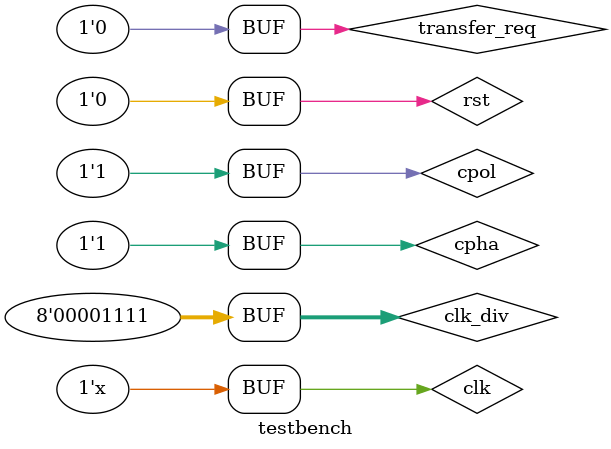
<source format=sv>
`timescale 10ns/1ns
module testbench();

	//External signals
	reg clk;
	reg rst;
	reg[7:0] clk_div;
	reg cpol;
	reg cpha;
	reg transfer_req;
	reg[7:0] to_agent;
	
	wire sck;
	wire mosi;
	wire transfer_ready;
	wire transfer_done;
	wire[7:0] from_agent;
	
	reg[7:0] received_data;

	spi_master dut(
		.clk(clk),
		.rst(rst),

		.clk_div(clk_div),
		.cpol(cpol),
		.cpha(cpha),

		.sck(sck),
		.mosi(mosi),
		.miso(mosi),

		.transfer_req(transfer_req),
		.transfer_ready(transfer_ready),
		.transfer_done(transfer_done),
		.to_agent(to_agent),
		.from_agent(from_agent));

	always @(posedge clk)
	begin
		if(rst)
		begin
			to_agent <= 8'h00;
			received_data <= 8'h00;
		end
		else
		begin
			if(transfer_ready & transfer_req)
				to_agent <= to_agent + 8'h01;
			if(transfer_done)
				received_data <= from_agent;
		end
	end

	always
	begin: CLOCK_GENERATION
		#1 clk =  ~clk;
	end

	initial
	begin: CLOCK_INITIALIZATION
		clk = 0;
	end

	initial
	begin: TEST_VECTORS
		//initial conditions
		rst = 1'b1;
		clk_div = 8'h0F;
		cpol = 1'b0;
		cpha = 1'b0;
		transfer_req = 1'b0;
		
		// test spi mode 0
		#20 rst = 1'b0;	//release reset
		#20 transfer_req = 1'b1;
		#2000 transfer_req = 1'b0;
		//test spi mode 1
		#100 cpha = 1'b1;
		#20 transfer_req = 1'b1;
		#2000 transfer_req = 1'b0;
		//test spi mode 2
		#100 cpha = 1'b0;
		#20 cpol = 1'b1;
		#20 transfer_req = 1'b1;
		#2000 transfer_req = 1'b0;
		//test spi mode 3
		#100 cpha = 1'b1;
		#20 transfer_req = 1'b1;
		#2000 transfer_req = 1'b0;
	end
endmodule

</source>
